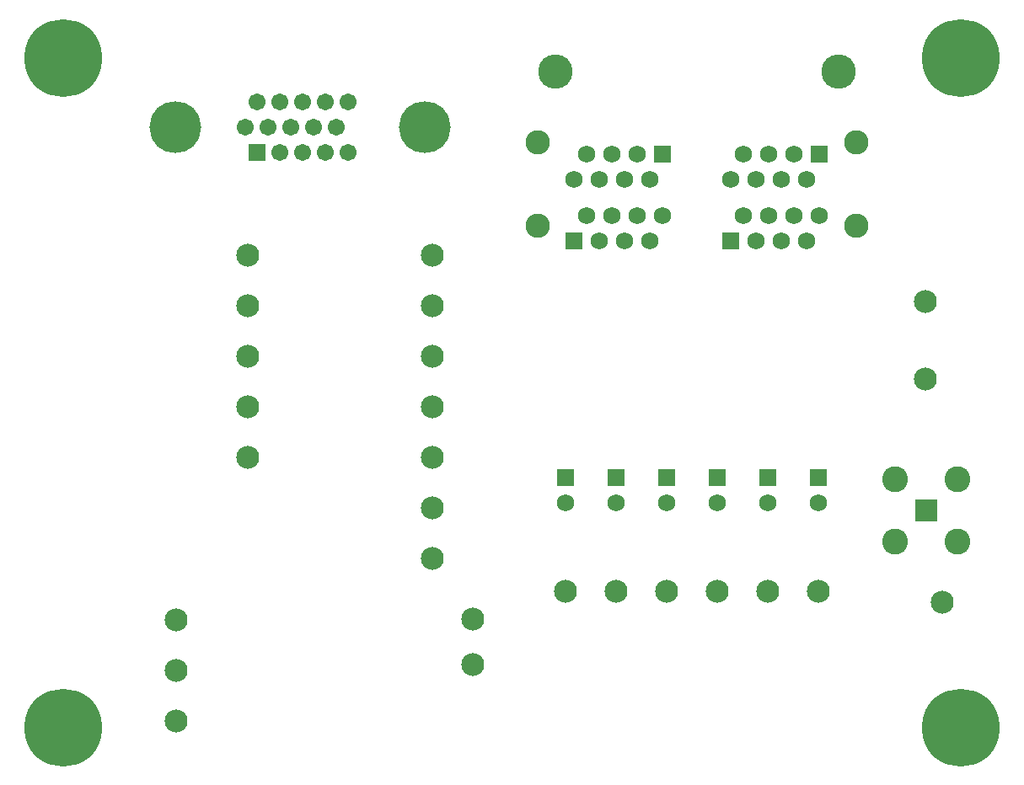
<source format=gbs>
G04*
G04 #@! TF.GenerationSoftware,Altium Limited,Altium Designer,19.1.8 (144)*
G04*
G04 Layer_Color=16711935*
%FSLAX25Y25*%
%MOIN*%
G70*
G01*
G75*
%ADD20C,0.09068*%
%ADD21C,0.13595*%
%ADD22C,0.09658*%
%ADD23C,0.06800*%
%ADD24R,0.06800X0.06800*%
%ADD25C,0.06706*%
%ADD26R,0.06706X0.06706*%
%ADD27C,0.20485*%
%ADD28C,0.03800*%
%ADD29C,0.30800*%
%ADD30R,0.08674X0.08674*%
%ADD31C,0.10249*%
%ADD32R,0.06800X0.06800*%
D20*
X279500Y160500D02*
D03*
X458500Y286000D02*
D03*
X465000Y167000D02*
D03*
X416000Y171500D02*
D03*
X396000D02*
D03*
X376000D02*
D03*
X356000D02*
D03*
X336000D02*
D03*
X316000D02*
D03*
X458500Y255500D02*
D03*
X279500Y142500D02*
D03*
X190500Y224500D02*
D03*
X263500Y184500D02*
D03*
X162000Y160000D02*
D03*
Y140000D02*
D03*
Y120000D02*
D03*
X190500Y244500D02*
D03*
Y264500D02*
D03*
Y284500D02*
D03*
Y304500D02*
D03*
X263500Y204500D02*
D03*
Y224500D02*
D03*
Y244500D02*
D03*
Y264500D02*
D03*
Y284500D02*
D03*
Y304500D02*
D03*
D21*
X312000Y377000D02*
D03*
X424000D02*
D03*
D22*
X431000Y316000D02*
D03*
Y349000D02*
D03*
X305000D02*
D03*
Y316000D02*
D03*
D23*
X329500Y310000D02*
D03*
X339500D02*
D03*
X349500D02*
D03*
X354500Y320000D02*
D03*
X344500D02*
D03*
X334500D02*
D03*
X324500D02*
D03*
Y344500D02*
D03*
X334500D02*
D03*
X344500D02*
D03*
X319500Y334500D02*
D03*
X349500D02*
D03*
X339500D02*
D03*
X329500D02*
D03*
X391500Y310000D02*
D03*
X401500D02*
D03*
X411500D02*
D03*
X416500Y320000D02*
D03*
X406500D02*
D03*
X396500D02*
D03*
X386500D02*
D03*
Y344500D02*
D03*
X396500D02*
D03*
X406500D02*
D03*
X411500Y334500D02*
D03*
X401500D02*
D03*
X381500D02*
D03*
X391500D02*
D03*
X336000Y206500D02*
D03*
X316000D02*
D03*
X376000D02*
D03*
X356000D02*
D03*
X416000D02*
D03*
X396000D02*
D03*
D24*
X319500Y310000D02*
D03*
X354500Y344500D02*
D03*
X381500Y310000D02*
D03*
X416500Y344500D02*
D03*
D25*
X194095Y365000D02*
D03*
X203071D02*
D03*
X212047D02*
D03*
X221024D02*
D03*
X230000D02*
D03*
X203071Y345000D02*
D03*
X212047D02*
D03*
X221024D02*
D03*
X230000D02*
D03*
X225512Y355000D02*
D03*
X216535D02*
D03*
X207559D02*
D03*
X198583D02*
D03*
X189606D02*
D03*
D26*
X194173Y345158D02*
D03*
D27*
X161929Y355000D02*
D03*
X260315D02*
D03*
D28*
X482342Y388405D02*
D03*
X478406Y372657D02*
D03*
X462657Y376594D02*
D03*
X478406Y392342D02*
D03*
X482342Y376594D02*
D03*
X466595Y372657D02*
D03*
Y392342D02*
D03*
X462657Y388405D02*
D03*
X461250Y382500D02*
D03*
X472500Y371250D02*
D03*
X483750Y382500D02*
D03*
X472500Y393750D02*
D03*
X127342Y388405D02*
D03*
X123406Y372657D02*
D03*
X107658Y376594D02*
D03*
X123406Y392342D02*
D03*
X127342Y376594D02*
D03*
X111594Y372657D02*
D03*
Y392342D02*
D03*
X107658Y388405D02*
D03*
X106250Y382500D02*
D03*
X117500Y371250D02*
D03*
X128750Y382500D02*
D03*
X117500Y393750D02*
D03*
X482342Y123406D02*
D03*
X478406Y107658D02*
D03*
X462657Y111594D02*
D03*
X478406Y127342D02*
D03*
X482342Y111594D02*
D03*
X466595Y107658D02*
D03*
Y127342D02*
D03*
X462657Y123406D02*
D03*
X461250Y117500D02*
D03*
X472500Y106250D02*
D03*
X483750Y117500D02*
D03*
X472500Y128750D02*
D03*
X127342Y123406D02*
D03*
X123406Y107658D02*
D03*
X107658Y111594D02*
D03*
X123406Y127342D02*
D03*
X127342Y111594D02*
D03*
X111594Y107658D02*
D03*
Y127342D02*
D03*
X107658Y123406D02*
D03*
X106250Y117500D02*
D03*
X117500Y106250D02*
D03*
X128750Y117500D02*
D03*
X117500Y128750D02*
D03*
D29*
X472500Y382500D02*
D03*
X117500D02*
D03*
X472500Y117500D02*
D03*
X117500D02*
D03*
D30*
X458677Y203323D02*
D03*
D31*
X446354Y215646D02*
D03*
X471000D02*
D03*
Y191000D02*
D03*
X446354D02*
D03*
D32*
X336000Y216500D02*
D03*
X316000D02*
D03*
X376000D02*
D03*
X356000D02*
D03*
X416000D02*
D03*
X396000D02*
D03*
M02*

</source>
